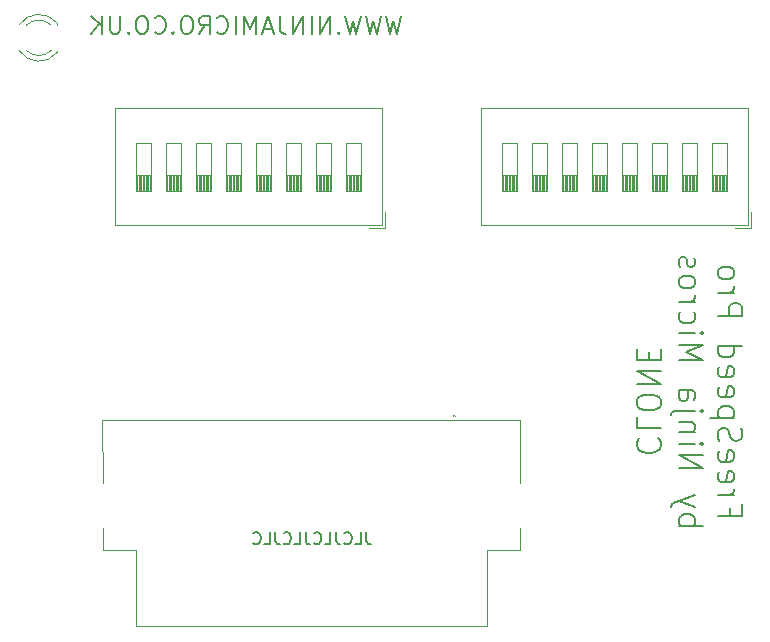
<source format=gbr>
%TF.GenerationSoftware,KiCad,Pcbnew,(5.1.6)-1*%
%TF.CreationDate,2021-03-31T13:13:51-04:00*%
%TF.ProjectId,Freespeed-Clone,46726565-7370-4656-9564-2d436c6f6e65,rev?*%
%TF.SameCoordinates,Original*%
%TF.FileFunction,Legend,Bot*%
%TF.FilePolarity,Positive*%
%FSLAX46Y46*%
G04 Gerber Fmt 4.6, Leading zero omitted, Abs format (unit mm)*
G04 Created by KiCad (PCBNEW (5.1.6)-1) date 2021-03-31 13:13:51*
%MOMM*%
%LPD*%
G01*
G04 APERTURE LIST*
%ADD10C,0.150000*%
%ADD11C,0.120000*%
%ADD12C,0.100000*%
G04 APERTURE END LIST*
D10*
X129841047Y-87336380D02*
X129841047Y-88050666D01*
X129888666Y-88193523D01*
X129983904Y-88288761D01*
X130126761Y-88336380D01*
X130222000Y-88336380D01*
X128888666Y-88336380D02*
X129364857Y-88336380D01*
X129364857Y-87336380D01*
X127983904Y-88241142D02*
X128031523Y-88288761D01*
X128174380Y-88336380D01*
X128269619Y-88336380D01*
X128412476Y-88288761D01*
X128507714Y-88193523D01*
X128555333Y-88098285D01*
X128602952Y-87907809D01*
X128602952Y-87764952D01*
X128555333Y-87574476D01*
X128507714Y-87479238D01*
X128412476Y-87384000D01*
X128269619Y-87336380D01*
X128174380Y-87336380D01*
X128031523Y-87384000D01*
X127983904Y-87431619D01*
X127269619Y-87336380D02*
X127269619Y-88050666D01*
X127317238Y-88193523D01*
X127412476Y-88288761D01*
X127555333Y-88336380D01*
X127650571Y-88336380D01*
X126317238Y-88336380D02*
X126793428Y-88336380D01*
X126793428Y-87336380D01*
X125412476Y-88241142D02*
X125460095Y-88288761D01*
X125602952Y-88336380D01*
X125698190Y-88336380D01*
X125841047Y-88288761D01*
X125936285Y-88193523D01*
X125983904Y-88098285D01*
X126031523Y-87907809D01*
X126031523Y-87764952D01*
X125983904Y-87574476D01*
X125936285Y-87479238D01*
X125841047Y-87384000D01*
X125698190Y-87336380D01*
X125602952Y-87336380D01*
X125460095Y-87384000D01*
X125412476Y-87431619D01*
X124698190Y-87336380D02*
X124698190Y-88050666D01*
X124745809Y-88193523D01*
X124841047Y-88288761D01*
X124983904Y-88336380D01*
X125079142Y-88336380D01*
X123745809Y-88336380D02*
X124222000Y-88336380D01*
X124222000Y-87336380D01*
X122841047Y-88241142D02*
X122888666Y-88288761D01*
X123031523Y-88336380D01*
X123126761Y-88336380D01*
X123269619Y-88288761D01*
X123364857Y-88193523D01*
X123412476Y-88098285D01*
X123460095Y-87907809D01*
X123460095Y-87764952D01*
X123412476Y-87574476D01*
X123364857Y-87479238D01*
X123269619Y-87384000D01*
X123126761Y-87336380D01*
X123031523Y-87336380D01*
X122888666Y-87384000D01*
X122841047Y-87431619D01*
X122126761Y-87336380D02*
X122126761Y-88050666D01*
X122174380Y-88193523D01*
X122269619Y-88288761D01*
X122412476Y-88336380D01*
X122507714Y-88336380D01*
X121174380Y-88336380D02*
X121650571Y-88336380D01*
X121650571Y-87336380D01*
X120269619Y-88241142D02*
X120317238Y-88288761D01*
X120460095Y-88336380D01*
X120555333Y-88336380D01*
X120698190Y-88288761D01*
X120793428Y-88193523D01*
X120841047Y-88098285D01*
X120888666Y-87907809D01*
X120888666Y-87764952D01*
X120841047Y-87574476D01*
X120793428Y-87479238D01*
X120698190Y-87384000D01*
X120555333Y-87336380D01*
X120460095Y-87336380D01*
X120317238Y-87384000D01*
X120269619Y-87431619D01*
X132776857Y-43628571D02*
X132419714Y-45128571D01*
X132134000Y-44057142D01*
X131848285Y-45128571D01*
X131491142Y-43628571D01*
X131062571Y-43628571D02*
X130705428Y-45128571D01*
X130419714Y-44057142D01*
X130134000Y-45128571D01*
X129776857Y-43628571D01*
X129348285Y-43628571D02*
X128991142Y-45128571D01*
X128705428Y-44057142D01*
X128419714Y-45128571D01*
X128062571Y-43628571D01*
X127491142Y-44985714D02*
X127419714Y-45057142D01*
X127491142Y-45128571D01*
X127562571Y-45057142D01*
X127491142Y-44985714D01*
X127491142Y-45128571D01*
X126776857Y-45128571D02*
X126776857Y-43628571D01*
X125919714Y-45128571D01*
X125919714Y-43628571D01*
X125205428Y-45128571D02*
X125205428Y-43628571D01*
X124491142Y-45128571D02*
X124491142Y-43628571D01*
X123634000Y-45128571D01*
X123634000Y-43628571D01*
X122491142Y-43628571D02*
X122491142Y-44700000D01*
X122562571Y-44914285D01*
X122705428Y-45057142D01*
X122919714Y-45128571D01*
X123062571Y-45128571D01*
X121848285Y-44700000D02*
X121134000Y-44700000D01*
X121991142Y-45128571D02*
X121491142Y-43628571D01*
X120991142Y-45128571D01*
X120491142Y-45128571D02*
X120491142Y-43628571D01*
X119991142Y-44700000D01*
X119491142Y-43628571D01*
X119491142Y-45128571D01*
X118776857Y-45128571D02*
X118776857Y-43628571D01*
X117205428Y-44985714D02*
X117276857Y-45057142D01*
X117491142Y-45128571D01*
X117634000Y-45128571D01*
X117848285Y-45057142D01*
X117991142Y-44914285D01*
X118062571Y-44771428D01*
X118134000Y-44485714D01*
X118134000Y-44271428D01*
X118062571Y-43985714D01*
X117991142Y-43842857D01*
X117848285Y-43700000D01*
X117634000Y-43628571D01*
X117491142Y-43628571D01*
X117276857Y-43700000D01*
X117205428Y-43771428D01*
X115705428Y-45128571D02*
X116205428Y-44414285D01*
X116562571Y-45128571D02*
X116562571Y-43628571D01*
X115991142Y-43628571D01*
X115848285Y-43700000D01*
X115776857Y-43771428D01*
X115705428Y-43914285D01*
X115705428Y-44128571D01*
X115776857Y-44271428D01*
X115848285Y-44342857D01*
X115991142Y-44414285D01*
X116562571Y-44414285D01*
X114776857Y-43628571D02*
X114491142Y-43628571D01*
X114348285Y-43700000D01*
X114205428Y-43842857D01*
X114134000Y-44128571D01*
X114134000Y-44628571D01*
X114205428Y-44914285D01*
X114348285Y-45057142D01*
X114491142Y-45128571D01*
X114776857Y-45128571D01*
X114919714Y-45057142D01*
X115062571Y-44914285D01*
X115134000Y-44628571D01*
X115134000Y-44128571D01*
X115062571Y-43842857D01*
X114919714Y-43700000D01*
X114776857Y-43628571D01*
X113491142Y-44985714D02*
X113419714Y-45057142D01*
X113491142Y-45128571D01*
X113562571Y-45057142D01*
X113491142Y-44985714D01*
X113491142Y-45128571D01*
X111919714Y-44985714D02*
X111991142Y-45057142D01*
X112205428Y-45128571D01*
X112348285Y-45128571D01*
X112562571Y-45057142D01*
X112705428Y-44914285D01*
X112776857Y-44771428D01*
X112848285Y-44485714D01*
X112848285Y-44271428D01*
X112776857Y-43985714D01*
X112705428Y-43842857D01*
X112562571Y-43700000D01*
X112348285Y-43628571D01*
X112205428Y-43628571D01*
X111991142Y-43700000D01*
X111919714Y-43771428D01*
X110991142Y-43628571D02*
X110705428Y-43628571D01*
X110562571Y-43700000D01*
X110419714Y-43842857D01*
X110348285Y-44128571D01*
X110348285Y-44628571D01*
X110419714Y-44914285D01*
X110562571Y-45057142D01*
X110705428Y-45128571D01*
X110991142Y-45128571D01*
X111134000Y-45057142D01*
X111276857Y-44914285D01*
X111348285Y-44628571D01*
X111348285Y-44128571D01*
X111276857Y-43842857D01*
X111134000Y-43700000D01*
X110991142Y-43628571D01*
X109705428Y-44985714D02*
X109634000Y-45057142D01*
X109705428Y-45128571D01*
X109776857Y-45057142D01*
X109705428Y-44985714D01*
X109705428Y-45128571D01*
X108991142Y-43628571D02*
X108991142Y-44842857D01*
X108919714Y-44985714D01*
X108848285Y-45057142D01*
X108705428Y-45128571D01*
X108419714Y-45128571D01*
X108276857Y-45057142D01*
X108205428Y-44985714D01*
X108134000Y-44842857D01*
X108134000Y-43628571D01*
X107419714Y-45128571D02*
X107419714Y-43628571D01*
X106562571Y-45128571D02*
X107205428Y-44271428D01*
X106562571Y-43628571D02*
X107419714Y-44485714D01*
X152955714Y-79390476D02*
X152860476Y-79485714D01*
X152765238Y-79771428D01*
X152765238Y-79961904D01*
X152860476Y-80247619D01*
X153050952Y-80438095D01*
X153241428Y-80533333D01*
X153622380Y-80628571D01*
X153908095Y-80628571D01*
X154289047Y-80533333D01*
X154479523Y-80438095D01*
X154670000Y-80247619D01*
X154765238Y-79961904D01*
X154765238Y-79771428D01*
X154670000Y-79485714D01*
X154574761Y-79390476D01*
X152765238Y-77580952D02*
X152765238Y-78533333D01*
X154765238Y-78533333D01*
X154765238Y-76533333D02*
X154765238Y-76152380D01*
X154670000Y-75961904D01*
X154479523Y-75771428D01*
X154098571Y-75676190D01*
X153431904Y-75676190D01*
X153050952Y-75771428D01*
X152860476Y-75961904D01*
X152765238Y-76152380D01*
X152765238Y-76533333D01*
X152860476Y-76723809D01*
X153050952Y-76914285D01*
X153431904Y-77009523D01*
X154098571Y-77009523D01*
X154479523Y-76914285D01*
X154670000Y-76723809D01*
X154765238Y-76533333D01*
X152765238Y-74819047D02*
X154765238Y-74819047D01*
X152765238Y-73676190D01*
X154765238Y-73676190D01*
X153812857Y-72723809D02*
X153812857Y-72057142D01*
X152765238Y-71771428D02*
X152765238Y-72723809D01*
X154765238Y-72723809D01*
X154765238Y-71771428D01*
X156321238Y-86771333D02*
X158321238Y-86771333D01*
X157559333Y-86771333D02*
X157654571Y-86580857D01*
X157654571Y-86199904D01*
X157559333Y-86009428D01*
X157464095Y-85914190D01*
X157273619Y-85818952D01*
X156702190Y-85818952D01*
X156511714Y-85914190D01*
X156416476Y-86009428D01*
X156321238Y-86199904D01*
X156321238Y-86580857D01*
X156416476Y-86771333D01*
X157654571Y-85152285D02*
X156321238Y-84676095D01*
X157654571Y-84199904D02*
X156321238Y-84676095D01*
X155845047Y-84866571D01*
X155749809Y-84961809D01*
X155654571Y-85152285D01*
X156321238Y-81914190D02*
X158321238Y-81914190D01*
X156321238Y-80771333D01*
X158321238Y-80771333D01*
X156321238Y-79818952D02*
X157654571Y-79818952D01*
X158321238Y-79818952D02*
X158226000Y-79914190D01*
X158130761Y-79818952D01*
X158226000Y-79723714D01*
X158321238Y-79818952D01*
X158130761Y-79818952D01*
X157654571Y-78866571D02*
X156321238Y-78866571D01*
X157464095Y-78866571D02*
X157559333Y-78771333D01*
X157654571Y-78580857D01*
X157654571Y-78295142D01*
X157559333Y-78104666D01*
X157368857Y-78009428D01*
X156321238Y-78009428D01*
X157654571Y-77057047D02*
X155940285Y-77057047D01*
X155749809Y-77152285D01*
X155654571Y-77342761D01*
X155654571Y-77438000D01*
X158321238Y-77057047D02*
X158226000Y-77152285D01*
X158130761Y-77057047D01*
X158226000Y-76961809D01*
X158321238Y-77057047D01*
X158130761Y-77057047D01*
X156321238Y-75247523D02*
X157368857Y-75247523D01*
X157559333Y-75342761D01*
X157654571Y-75533238D01*
X157654571Y-75914190D01*
X157559333Y-76104666D01*
X156416476Y-75247523D02*
X156321238Y-75438000D01*
X156321238Y-75914190D01*
X156416476Y-76104666D01*
X156606952Y-76199904D01*
X156797428Y-76199904D01*
X156987904Y-76104666D01*
X157083142Y-75914190D01*
X157083142Y-75438000D01*
X157178380Y-75247523D01*
X156321238Y-72771333D02*
X158321238Y-72771333D01*
X156892666Y-72104666D01*
X158321238Y-71438000D01*
X156321238Y-71438000D01*
X156321238Y-70485619D02*
X157654571Y-70485619D01*
X158321238Y-70485619D02*
X158226000Y-70580857D01*
X158130761Y-70485619D01*
X158226000Y-70390380D01*
X158321238Y-70485619D01*
X158130761Y-70485619D01*
X156416476Y-68676095D02*
X156321238Y-68866571D01*
X156321238Y-69247523D01*
X156416476Y-69438000D01*
X156511714Y-69533238D01*
X156702190Y-69628476D01*
X157273619Y-69628476D01*
X157464095Y-69533238D01*
X157559333Y-69438000D01*
X157654571Y-69247523D01*
X157654571Y-68866571D01*
X157559333Y-68676095D01*
X156321238Y-67818952D02*
X157654571Y-67818952D01*
X157273619Y-67818952D02*
X157464095Y-67723714D01*
X157559333Y-67628476D01*
X157654571Y-67438000D01*
X157654571Y-67247523D01*
X156321238Y-66295142D02*
X156416476Y-66485619D01*
X156511714Y-66580857D01*
X156702190Y-66676095D01*
X157273619Y-66676095D01*
X157464095Y-66580857D01*
X157559333Y-66485619D01*
X157654571Y-66295142D01*
X157654571Y-66009428D01*
X157559333Y-65818952D01*
X157464095Y-65723714D01*
X157273619Y-65628476D01*
X156702190Y-65628476D01*
X156511714Y-65723714D01*
X156416476Y-65818952D01*
X156321238Y-66009428D01*
X156321238Y-66295142D01*
X156416476Y-64866571D02*
X156321238Y-64676095D01*
X156321238Y-64295142D01*
X156416476Y-64104666D01*
X156606952Y-64009428D01*
X156702190Y-64009428D01*
X156892666Y-64104666D01*
X156987904Y-64295142D01*
X156987904Y-64580857D01*
X157083142Y-64771333D01*
X157273619Y-64866571D01*
X157368857Y-64866571D01*
X157559333Y-64771333D01*
X157654571Y-64580857D01*
X157654571Y-64295142D01*
X157559333Y-64104666D01*
X160670857Y-85247523D02*
X160670857Y-85914190D01*
X159623238Y-85914190D02*
X161623238Y-85914190D01*
X161623238Y-84961809D01*
X159623238Y-84199904D02*
X160956571Y-84199904D01*
X160575619Y-84199904D02*
X160766095Y-84104666D01*
X160861333Y-84009428D01*
X160956571Y-83818952D01*
X160956571Y-83628476D01*
X159718476Y-82199904D02*
X159623238Y-82390380D01*
X159623238Y-82771333D01*
X159718476Y-82961809D01*
X159908952Y-83057047D01*
X160670857Y-83057047D01*
X160861333Y-82961809D01*
X160956571Y-82771333D01*
X160956571Y-82390380D01*
X160861333Y-82199904D01*
X160670857Y-82104666D01*
X160480380Y-82104666D01*
X160289904Y-83057047D01*
X159718476Y-80485619D02*
X159623238Y-80676095D01*
X159623238Y-81057047D01*
X159718476Y-81247523D01*
X159908952Y-81342761D01*
X160670857Y-81342761D01*
X160861333Y-81247523D01*
X160956571Y-81057047D01*
X160956571Y-80676095D01*
X160861333Y-80485619D01*
X160670857Y-80390380D01*
X160480380Y-80390380D01*
X160289904Y-81342761D01*
X159718476Y-79628476D02*
X159623238Y-79342761D01*
X159623238Y-78866571D01*
X159718476Y-78676095D01*
X159813714Y-78580857D01*
X160004190Y-78485619D01*
X160194666Y-78485619D01*
X160385142Y-78580857D01*
X160480380Y-78676095D01*
X160575619Y-78866571D01*
X160670857Y-79247523D01*
X160766095Y-79438000D01*
X160861333Y-79533238D01*
X161051809Y-79628476D01*
X161242285Y-79628476D01*
X161432761Y-79533238D01*
X161528000Y-79438000D01*
X161623238Y-79247523D01*
X161623238Y-78771333D01*
X161528000Y-78485619D01*
X160956571Y-77628476D02*
X158956571Y-77628476D01*
X160861333Y-77628476D02*
X160956571Y-77438000D01*
X160956571Y-77057047D01*
X160861333Y-76866571D01*
X160766095Y-76771333D01*
X160575619Y-76676095D01*
X160004190Y-76676095D01*
X159813714Y-76771333D01*
X159718476Y-76866571D01*
X159623238Y-77057047D01*
X159623238Y-77438000D01*
X159718476Y-77628476D01*
X159718476Y-75057047D02*
X159623238Y-75247523D01*
X159623238Y-75628476D01*
X159718476Y-75818952D01*
X159908952Y-75914190D01*
X160670857Y-75914190D01*
X160861333Y-75818952D01*
X160956571Y-75628476D01*
X160956571Y-75247523D01*
X160861333Y-75057047D01*
X160670857Y-74961809D01*
X160480380Y-74961809D01*
X160289904Y-75914190D01*
X159718476Y-73342761D02*
X159623238Y-73533238D01*
X159623238Y-73914190D01*
X159718476Y-74104666D01*
X159908952Y-74199904D01*
X160670857Y-74199904D01*
X160861333Y-74104666D01*
X160956571Y-73914190D01*
X160956571Y-73533238D01*
X160861333Y-73342761D01*
X160670857Y-73247523D01*
X160480380Y-73247523D01*
X160289904Y-74199904D01*
X159623238Y-71533238D02*
X161623238Y-71533238D01*
X159718476Y-71533238D02*
X159623238Y-71723714D01*
X159623238Y-72104666D01*
X159718476Y-72295142D01*
X159813714Y-72390380D01*
X160004190Y-72485619D01*
X160575619Y-72485619D01*
X160766095Y-72390380D01*
X160861333Y-72295142D01*
X160956571Y-72104666D01*
X160956571Y-71723714D01*
X160861333Y-71533238D01*
X159623238Y-69057047D02*
X161623238Y-69057047D01*
X161623238Y-68295142D01*
X161528000Y-68104666D01*
X161432761Y-68009428D01*
X161242285Y-67914190D01*
X160956571Y-67914190D01*
X160766095Y-68009428D01*
X160670857Y-68104666D01*
X160575619Y-68295142D01*
X160575619Y-69057047D01*
X159623238Y-67057047D02*
X160956571Y-67057047D01*
X160575619Y-67057047D02*
X160766095Y-66961809D01*
X160861333Y-66866571D01*
X160956571Y-66676095D01*
X160956571Y-66485619D01*
X159623238Y-65533238D02*
X159718476Y-65723714D01*
X159813714Y-65818952D01*
X160004190Y-65914190D01*
X160575619Y-65914190D01*
X160766095Y-65818952D01*
X160861333Y-65723714D01*
X160956571Y-65533238D01*
X160956571Y-65247523D01*
X160861333Y-65057047D01*
X160766095Y-64961809D01*
X160575619Y-64866571D01*
X160004190Y-64866571D01*
X159813714Y-64961809D01*
X159718476Y-65057047D01*
X159623238Y-65247523D01*
X159623238Y-65533238D01*
D11*
%TO.C,SW1*%
X142621000Y-57064667D02*
X141351000Y-57064667D01*
X141421000Y-58418000D02*
X141421000Y-57064667D01*
X141541000Y-58418000D02*
X141541000Y-57064667D01*
X141661000Y-58418000D02*
X141661000Y-57064667D01*
X141781000Y-58418000D02*
X141781000Y-57064667D01*
X141901000Y-58418000D02*
X141901000Y-57064667D01*
X142021000Y-58418000D02*
X142021000Y-57064667D01*
X142141000Y-58418000D02*
X142141000Y-57064667D01*
X142261000Y-58418000D02*
X142261000Y-57064667D01*
X142381000Y-58418000D02*
X142381000Y-57064667D01*
X142501000Y-58418000D02*
X142501000Y-57064667D01*
X142621000Y-54358000D02*
X142621000Y-58418000D01*
X141351000Y-54358000D02*
X142621000Y-54358000D01*
X141351000Y-58418000D02*
X141351000Y-54358000D01*
X142621000Y-58418000D02*
X141351000Y-58418000D01*
X145161000Y-57064667D02*
X143891000Y-57064667D01*
X143961000Y-58418000D02*
X143961000Y-57064667D01*
X144081000Y-58418000D02*
X144081000Y-57064667D01*
X144201000Y-58418000D02*
X144201000Y-57064667D01*
X144321000Y-58418000D02*
X144321000Y-57064667D01*
X144441000Y-58418000D02*
X144441000Y-57064667D01*
X144561000Y-58418000D02*
X144561000Y-57064667D01*
X144681000Y-58418000D02*
X144681000Y-57064667D01*
X144801000Y-58418000D02*
X144801000Y-57064667D01*
X144921000Y-58418000D02*
X144921000Y-57064667D01*
X145041000Y-58418000D02*
X145041000Y-57064667D01*
X145161000Y-54358000D02*
X145161000Y-58418000D01*
X143891000Y-54358000D02*
X145161000Y-54358000D01*
X143891000Y-58418000D02*
X143891000Y-54358000D01*
X145161000Y-58418000D02*
X143891000Y-58418000D01*
X147701000Y-57064667D02*
X146431000Y-57064667D01*
X146501000Y-58418000D02*
X146501000Y-57064667D01*
X146621000Y-58418000D02*
X146621000Y-57064667D01*
X146741000Y-58418000D02*
X146741000Y-57064667D01*
X146861000Y-58418000D02*
X146861000Y-57064667D01*
X146981000Y-58418000D02*
X146981000Y-57064667D01*
X147101000Y-58418000D02*
X147101000Y-57064667D01*
X147221000Y-58418000D02*
X147221000Y-57064667D01*
X147341000Y-58418000D02*
X147341000Y-57064667D01*
X147461000Y-58418000D02*
X147461000Y-57064667D01*
X147581000Y-58418000D02*
X147581000Y-57064667D01*
X147701000Y-54358000D02*
X147701000Y-58418000D01*
X146431000Y-54358000D02*
X147701000Y-54358000D01*
X146431000Y-58418000D02*
X146431000Y-54358000D01*
X147701000Y-58418000D02*
X146431000Y-58418000D01*
X150241000Y-57064667D02*
X148971000Y-57064667D01*
X149041000Y-58418000D02*
X149041000Y-57064667D01*
X149161000Y-58418000D02*
X149161000Y-57064667D01*
X149281000Y-58418000D02*
X149281000Y-57064667D01*
X149401000Y-58418000D02*
X149401000Y-57064667D01*
X149521000Y-58418000D02*
X149521000Y-57064667D01*
X149641000Y-58418000D02*
X149641000Y-57064667D01*
X149761000Y-58418000D02*
X149761000Y-57064667D01*
X149881000Y-58418000D02*
X149881000Y-57064667D01*
X150001000Y-58418000D02*
X150001000Y-57064667D01*
X150121000Y-58418000D02*
X150121000Y-57064667D01*
X150241000Y-54358000D02*
X150241000Y-58418000D01*
X148971000Y-54358000D02*
X150241000Y-54358000D01*
X148971000Y-58418000D02*
X148971000Y-54358000D01*
X150241000Y-58418000D02*
X148971000Y-58418000D01*
X152781000Y-57064667D02*
X151511000Y-57064667D01*
X151581000Y-58418000D02*
X151581000Y-57064667D01*
X151701000Y-58418000D02*
X151701000Y-57064667D01*
X151821000Y-58418000D02*
X151821000Y-57064667D01*
X151941000Y-58418000D02*
X151941000Y-57064667D01*
X152061000Y-58418000D02*
X152061000Y-57064667D01*
X152181000Y-58418000D02*
X152181000Y-57064667D01*
X152301000Y-58418000D02*
X152301000Y-57064667D01*
X152421000Y-58418000D02*
X152421000Y-57064667D01*
X152541000Y-58418000D02*
X152541000Y-57064667D01*
X152661000Y-58418000D02*
X152661000Y-57064667D01*
X152781000Y-54358000D02*
X152781000Y-58418000D01*
X151511000Y-54358000D02*
X152781000Y-54358000D01*
X151511000Y-58418000D02*
X151511000Y-54358000D01*
X152781000Y-58418000D02*
X151511000Y-58418000D01*
X155321000Y-57064667D02*
X154051000Y-57064667D01*
X154121000Y-58418000D02*
X154121000Y-57064667D01*
X154241000Y-58418000D02*
X154241000Y-57064667D01*
X154361000Y-58418000D02*
X154361000Y-57064667D01*
X154481000Y-58418000D02*
X154481000Y-57064667D01*
X154601000Y-58418000D02*
X154601000Y-57064667D01*
X154721000Y-58418000D02*
X154721000Y-57064667D01*
X154841000Y-58418000D02*
X154841000Y-57064667D01*
X154961000Y-58418000D02*
X154961000Y-57064667D01*
X155081000Y-58418000D02*
X155081000Y-57064667D01*
X155201000Y-58418000D02*
X155201000Y-57064667D01*
X155321000Y-54358000D02*
X155321000Y-58418000D01*
X154051000Y-54358000D02*
X155321000Y-54358000D01*
X154051000Y-58418000D02*
X154051000Y-54358000D01*
X155321000Y-58418000D02*
X154051000Y-58418000D01*
X157861000Y-57064667D02*
X156591000Y-57064667D01*
X156661000Y-58418000D02*
X156661000Y-57064667D01*
X156781000Y-58418000D02*
X156781000Y-57064667D01*
X156901000Y-58418000D02*
X156901000Y-57064667D01*
X157021000Y-58418000D02*
X157021000Y-57064667D01*
X157141000Y-58418000D02*
X157141000Y-57064667D01*
X157261000Y-58418000D02*
X157261000Y-57064667D01*
X157381000Y-58418000D02*
X157381000Y-57064667D01*
X157501000Y-58418000D02*
X157501000Y-57064667D01*
X157621000Y-58418000D02*
X157621000Y-57064667D01*
X157741000Y-58418000D02*
X157741000Y-57064667D01*
X157861000Y-54358000D02*
X157861000Y-58418000D01*
X156591000Y-54358000D02*
X157861000Y-54358000D01*
X156591000Y-58418000D02*
X156591000Y-54358000D01*
X157861000Y-58418000D02*
X156591000Y-58418000D01*
X160401000Y-57064667D02*
X159131000Y-57064667D01*
X159201000Y-58418000D02*
X159201000Y-57064667D01*
X159321000Y-58418000D02*
X159321000Y-57064667D01*
X159441000Y-58418000D02*
X159441000Y-57064667D01*
X159561000Y-58418000D02*
X159561000Y-57064667D01*
X159681000Y-58418000D02*
X159681000Y-57064667D01*
X159801000Y-58418000D02*
X159801000Y-57064667D01*
X159921000Y-58418000D02*
X159921000Y-57064667D01*
X160041000Y-58418000D02*
X160041000Y-57064667D01*
X160161000Y-58418000D02*
X160161000Y-57064667D01*
X160281000Y-58418000D02*
X160281000Y-57064667D01*
X160401000Y-54358000D02*
X160401000Y-58418000D01*
X159131000Y-54358000D02*
X160401000Y-54358000D01*
X159131000Y-58418000D02*
X159131000Y-54358000D01*
X160401000Y-58418000D02*
X159131000Y-58418000D01*
X162426000Y-61578000D02*
X161043000Y-61578000D01*
X162426000Y-61578000D02*
X162426000Y-60194000D01*
X162186000Y-51438000D02*
X139565000Y-51438000D01*
X162186000Y-61338000D02*
X139565000Y-61338000D01*
X139565000Y-61338000D02*
X139565000Y-51438000D01*
X162186000Y-61338000D02*
X162186000Y-51438000D01*
%TO.C,SW2*%
X131198000Y-61338000D02*
X131198000Y-51438000D01*
X108577000Y-61338000D02*
X108577000Y-51438000D01*
X131198000Y-61338000D02*
X108577000Y-61338000D01*
X131198000Y-51438000D02*
X108577000Y-51438000D01*
X131438000Y-61578000D02*
X131438000Y-60194000D01*
X131438000Y-61578000D02*
X130055000Y-61578000D01*
X129413000Y-58418000D02*
X128143000Y-58418000D01*
X128143000Y-58418000D02*
X128143000Y-54358000D01*
X128143000Y-54358000D02*
X129413000Y-54358000D01*
X129413000Y-54358000D02*
X129413000Y-58418000D01*
X129293000Y-58418000D02*
X129293000Y-57064667D01*
X129173000Y-58418000D02*
X129173000Y-57064667D01*
X129053000Y-58418000D02*
X129053000Y-57064667D01*
X128933000Y-58418000D02*
X128933000Y-57064667D01*
X128813000Y-58418000D02*
X128813000Y-57064667D01*
X128693000Y-58418000D02*
X128693000Y-57064667D01*
X128573000Y-58418000D02*
X128573000Y-57064667D01*
X128453000Y-58418000D02*
X128453000Y-57064667D01*
X128333000Y-58418000D02*
X128333000Y-57064667D01*
X128213000Y-58418000D02*
X128213000Y-57064667D01*
X129413000Y-57064667D02*
X128143000Y-57064667D01*
X126873000Y-58418000D02*
X125603000Y-58418000D01*
X125603000Y-58418000D02*
X125603000Y-54358000D01*
X125603000Y-54358000D02*
X126873000Y-54358000D01*
X126873000Y-54358000D02*
X126873000Y-58418000D01*
X126753000Y-58418000D02*
X126753000Y-57064667D01*
X126633000Y-58418000D02*
X126633000Y-57064667D01*
X126513000Y-58418000D02*
X126513000Y-57064667D01*
X126393000Y-58418000D02*
X126393000Y-57064667D01*
X126273000Y-58418000D02*
X126273000Y-57064667D01*
X126153000Y-58418000D02*
X126153000Y-57064667D01*
X126033000Y-58418000D02*
X126033000Y-57064667D01*
X125913000Y-58418000D02*
X125913000Y-57064667D01*
X125793000Y-58418000D02*
X125793000Y-57064667D01*
X125673000Y-58418000D02*
X125673000Y-57064667D01*
X126873000Y-57064667D02*
X125603000Y-57064667D01*
X124333000Y-58418000D02*
X123063000Y-58418000D01*
X123063000Y-58418000D02*
X123063000Y-54358000D01*
X123063000Y-54358000D02*
X124333000Y-54358000D01*
X124333000Y-54358000D02*
X124333000Y-58418000D01*
X124213000Y-58418000D02*
X124213000Y-57064667D01*
X124093000Y-58418000D02*
X124093000Y-57064667D01*
X123973000Y-58418000D02*
X123973000Y-57064667D01*
X123853000Y-58418000D02*
X123853000Y-57064667D01*
X123733000Y-58418000D02*
X123733000Y-57064667D01*
X123613000Y-58418000D02*
X123613000Y-57064667D01*
X123493000Y-58418000D02*
X123493000Y-57064667D01*
X123373000Y-58418000D02*
X123373000Y-57064667D01*
X123253000Y-58418000D02*
X123253000Y-57064667D01*
X123133000Y-58418000D02*
X123133000Y-57064667D01*
X124333000Y-57064667D02*
X123063000Y-57064667D01*
X121793000Y-58418000D02*
X120523000Y-58418000D01*
X120523000Y-58418000D02*
X120523000Y-54358000D01*
X120523000Y-54358000D02*
X121793000Y-54358000D01*
X121793000Y-54358000D02*
X121793000Y-58418000D01*
X121673000Y-58418000D02*
X121673000Y-57064667D01*
X121553000Y-58418000D02*
X121553000Y-57064667D01*
X121433000Y-58418000D02*
X121433000Y-57064667D01*
X121313000Y-58418000D02*
X121313000Y-57064667D01*
X121193000Y-58418000D02*
X121193000Y-57064667D01*
X121073000Y-58418000D02*
X121073000Y-57064667D01*
X120953000Y-58418000D02*
X120953000Y-57064667D01*
X120833000Y-58418000D02*
X120833000Y-57064667D01*
X120713000Y-58418000D02*
X120713000Y-57064667D01*
X120593000Y-58418000D02*
X120593000Y-57064667D01*
X121793000Y-57064667D02*
X120523000Y-57064667D01*
X119253000Y-58418000D02*
X117983000Y-58418000D01*
X117983000Y-58418000D02*
X117983000Y-54358000D01*
X117983000Y-54358000D02*
X119253000Y-54358000D01*
X119253000Y-54358000D02*
X119253000Y-58418000D01*
X119133000Y-58418000D02*
X119133000Y-57064667D01*
X119013000Y-58418000D02*
X119013000Y-57064667D01*
X118893000Y-58418000D02*
X118893000Y-57064667D01*
X118773000Y-58418000D02*
X118773000Y-57064667D01*
X118653000Y-58418000D02*
X118653000Y-57064667D01*
X118533000Y-58418000D02*
X118533000Y-57064667D01*
X118413000Y-58418000D02*
X118413000Y-57064667D01*
X118293000Y-58418000D02*
X118293000Y-57064667D01*
X118173000Y-58418000D02*
X118173000Y-57064667D01*
X118053000Y-58418000D02*
X118053000Y-57064667D01*
X119253000Y-57064667D02*
X117983000Y-57064667D01*
X116713000Y-58418000D02*
X115443000Y-58418000D01*
X115443000Y-58418000D02*
X115443000Y-54358000D01*
X115443000Y-54358000D02*
X116713000Y-54358000D01*
X116713000Y-54358000D02*
X116713000Y-58418000D01*
X116593000Y-58418000D02*
X116593000Y-57064667D01*
X116473000Y-58418000D02*
X116473000Y-57064667D01*
X116353000Y-58418000D02*
X116353000Y-57064667D01*
X116233000Y-58418000D02*
X116233000Y-57064667D01*
X116113000Y-58418000D02*
X116113000Y-57064667D01*
X115993000Y-58418000D02*
X115993000Y-57064667D01*
X115873000Y-58418000D02*
X115873000Y-57064667D01*
X115753000Y-58418000D02*
X115753000Y-57064667D01*
X115633000Y-58418000D02*
X115633000Y-57064667D01*
X115513000Y-58418000D02*
X115513000Y-57064667D01*
X116713000Y-57064667D02*
X115443000Y-57064667D01*
X114173000Y-58418000D02*
X112903000Y-58418000D01*
X112903000Y-58418000D02*
X112903000Y-54358000D01*
X112903000Y-54358000D02*
X114173000Y-54358000D01*
X114173000Y-54358000D02*
X114173000Y-58418000D01*
X114053000Y-58418000D02*
X114053000Y-57064667D01*
X113933000Y-58418000D02*
X113933000Y-57064667D01*
X113813000Y-58418000D02*
X113813000Y-57064667D01*
X113693000Y-58418000D02*
X113693000Y-57064667D01*
X113573000Y-58418000D02*
X113573000Y-57064667D01*
X113453000Y-58418000D02*
X113453000Y-57064667D01*
X113333000Y-58418000D02*
X113333000Y-57064667D01*
X113213000Y-58418000D02*
X113213000Y-57064667D01*
X113093000Y-58418000D02*
X113093000Y-57064667D01*
X112973000Y-58418000D02*
X112973000Y-57064667D01*
X114173000Y-57064667D02*
X112903000Y-57064667D01*
X111633000Y-58418000D02*
X110363000Y-58418000D01*
X110363000Y-58418000D02*
X110363000Y-54358000D01*
X110363000Y-54358000D02*
X111633000Y-54358000D01*
X111633000Y-54358000D02*
X111633000Y-58418000D01*
X111513000Y-58418000D02*
X111513000Y-57064667D01*
X111393000Y-58418000D02*
X111393000Y-57064667D01*
X111273000Y-58418000D02*
X111273000Y-57064667D01*
X111153000Y-58418000D02*
X111153000Y-57064667D01*
X111033000Y-58418000D02*
X111033000Y-57064667D01*
X110913000Y-58418000D02*
X110913000Y-57064667D01*
X110793000Y-58418000D02*
X110793000Y-57064667D01*
X110673000Y-58418000D02*
X110673000Y-57064667D01*
X110553000Y-58418000D02*
X110553000Y-57064667D01*
X110433000Y-58418000D02*
X110433000Y-57064667D01*
X111633000Y-57064667D02*
X110363000Y-57064667D01*
%TO.C,D3*%
X103668000Y-44230000D02*
X103668000Y-44386000D01*
X103668000Y-46546000D02*
X103668000Y-46702000D01*
X100435665Y-44387392D02*
G75*
G02*
X103668000Y-44230484I1672335J-1078608D01*
G01*
X100435665Y-46544608D02*
G75*
G03*
X103668000Y-46701516I1672335J1078608D01*
G01*
X101066870Y-44386163D02*
G75*
G02*
X103148961Y-44386000I1041130J-1079837D01*
G01*
X101066870Y-46545837D02*
G75*
G03*
X103148961Y-46546000I1041130J1079837D01*
G01*
D12*
%TO.C,J2*%
X142870000Y-83131000D02*
X142870000Y-77816000D01*
X142870000Y-77816000D02*
X107425000Y-77816000D01*
X107425000Y-77816000D02*
X107540000Y-83131000D01*
X142870000Y-86941000D02*
X142870000Y-88846000D01*
X142870000Y-88846000D02*
X140040000Y-88846000D01*
X140040000Y-88846000D02*
X140040000Y-95276000D01*
X140040000Y-95276000D02*
X110370000Y-95276000D01*
X110370000Y-95276000D02*
X110370000Y-88846000D01*
X110370000Y-88846000D02*
X107540000Y-88846000D01*
X107540000Y-88846000D02*
X107540000Y-86941000D01*
X137305000Y-77446000D02*
X137305000Y-77446000D01*
X137205000Y-77446000D02*
X137205000Y-77446000D01*
X137205000Y-77446000D02*
G75*
G02*
X137305000Y-77446000I50000J0D01*
G01*
X137305000Y-77446000D02*
G75*
G02*
X137205000Y-77446000I-50000J0D01*
G01*
%TD*%
M02*

</source>
